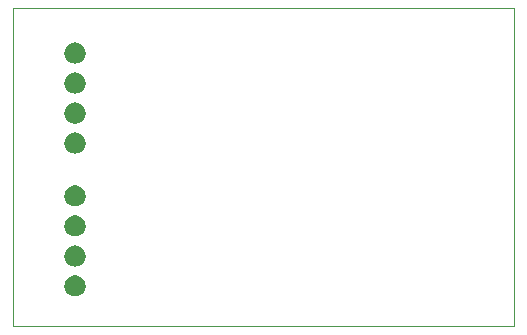
<source format=gbs>
G75*
G71*
%OFA0B0*%
%FSLAX23Y23*%
%IPPOS*%
%LPD*%
%ADD10C,0.1*%
%LPD*%D10*
X0Y0D02*
X0Y100D01*
X0Y200D01*
X0Y300D01*
X0Y399D01*
X0Y499D01*
X0Y599D01*
X0Y699D01*
X0Y799D01*
X0Y899D01*
X0Y999D01*
X0Y1099D01*
X0Y1198D01*
X0Y1298D01*
X0Y1398D01*
X0Y1498D01*
X0Y1598D01*
X0Y1698D01*
X0Y1798D01*
X0Y1898D01*
X0Y1997D01*
X0Y2097D01*
X0Y2197D01*
X0Y2297D01*
X0Y2397D01*
X0Y2497D01*
X0Y2597D01*
X0Y2697D01*
X0Y2796D01*
X0Y2896D01*
X0Y2996D01*
X0Y3096D01*
X0Y3196D01*
X0Y3296D01*
X0Y3396D01*
X0Y3495D01*
X0Y3595D01*
X0Y3695D01*
X0Y3795D01*
X0Y3895D01*
X0Y3995D01*
X0Y4095D01*
X0Y4195D01*
X0Y4294D01*
X0Y4394D01*
X0Y4494D01*
X0Y4594D01*
X0Y4694D01*
X0Y4794D01*
X0Y4894D01*
X0Y4994D01*
X0Y5093D01*
X0Y5193D01*
X0Y5293D01*
X0Y5393D01*
X0Y5493D01*
X0Y5593D01*
X0Y5693D01*
X0Y5793D01*
X0Y5892D01*
X0Y5992D01*
X0Y6092D01*
X0Y6192D01*
X0Y6292D01*
X0Y6392D01*
X0Y6492D01*
X0Y6591D01*
X0Y6691D01*
X0Y6791D01*
X0Y6891D01*
X0Y6991D01*
X0Y7091D01*
X0Y7191D01*
X0Y7291D01*
X0Y7390D01*
X0Y7490D01*
X0Y7590D01*
X0Y7690D01*
X0Y7790D01*
X0Y7890D01*
X0Y7990D01*
X0Y8090D01*
X0Y8189D01*
X0Y8289D01*
X0Y8389D01*
X0Y8489D01*
X0Y8589D01*
X0Y8689D01*
X0Y8789D01*
X0Y8888D01*
X0Y8988D01*
X0Y9088D01*
X0Y9188D01*
X0Y9288D01*
X0Y9388D01*
X0Y9488D01*
X0Y9588D01*
X0Y9687D01*
X0Y9787D01*
X0Y9887D01*
X0Y9987D01*
X0Y10087D01*
X0Y10187D01*
X0Y10287D01*
X0Y10387D01*
X0Y10486D01*
X0Y10586D01*
X0Y10686D01*
X0Y10786D01*
X0Y10886D01*
X0Y10986D01*
X0Y11086D01*
X0Y11186D01*
X0Y11285D01*
X0Y11385D01*
X0Y11485D01*
X0Y11585D01*
X0Y11685D01*
X0Y11785D01*
X0Y11885D01*
X0Y11985D01*
X0Y12084D01*
X0Y12184D01*
X0Y12284D01*
X0Y12384D01*
X0Y12484D01*
X0Y12584D01*
X0Y12684D01*
X0Y12783D01*
X0Y12883D01*
X0Y12983D01*
X0Y13083D01*
X0Y13183D01*
X0Y13283D01*
X0Y13383D01*
X0Y13483D01*
X0Y13582D01*
X0Y13682D01*
X0Y13782D01*
X0Y13882D01*
X0Y13982D01*
X0Y14082D01*
X0Y14182D01*
X0Y14282D01*
X0Y14381D01*
X0Y14481D01*
X0Y14581D01*
X0Y14681D01*
X0Y14781D01*
X0Y14881D01*
X0Y14981D01*
X0Y15081D01*
X0Y15180D01*
X0Y15280D01*
X0Y15380D01*
X0Y15480D01*
X0Y15580D01*
X0Y15680D01*
X0Y15780D01*
X0Y15879D01*
X0Y15979D01*
X0Y16079D01*
X0Y16179D01*
X0Y16279D01*
X0Y16379D01*
X0Y16479D01*
X0Y16579D01*
X0Y16678D01*
X0Y16778D01*
X0Y16878D01*
X0Y16978D01*
X0Y17078D01*
X0Y17178D01*
X0Y17278D01*
X0Y17378D01*
X0Y17477D01*
X0Y17577D01*
X0Y17677D01*
X0Y17777D01*
X0Y17877D01*
X0Y17977D01*
X0Y18077D01*
X0Y18177D01*
X0Y18276D01*
X0Y18376D01*
X0Y18476D01*
X0Y18576D01*
X0Y18676D01*
X0Y18776D01*
X0Y18876D01*
X0Y18975D01*
X0Y19075D01*
X0Y19175D01*
X0Y19275D01*
X0Y19375D01*
X0Y19475D01*
X0Y19575D01*
X0Y19675D01*
X0Y19774D01*
X0Y19874D01*
X0Y19974D01*
X0Y20074D01*
X0Y20174D01*
X0Y20274D01*
X0Y20374D01*
X0Y20474D01*
X0Y20573D01*
X0Y20673D01*
X0Y20773D01*
X0Y20873D01*
X0Y20973D01*
X0Y21073D01*
X0Y21173D01*
X0Y21273D01*
X0Y21372D01*
X0Y21472D01*
X0Y21572D01*
X0Y21672D01*
X0Y21772D01*
X0Y21872D01*
X0Y21972D01*
X0Y22071D01*
X0Y22171D01*
X0Y22271D01*
X0Y22371D01*
X0Y22471D01*
X0Y22571D01*
X0Y22671D01*
X0Y22771D01*
X0Y22870D01*
X0Y22970D01*
X0Y23070D01*
X0Y23170D01*
X0Y23270D01*
X0Y23370D01*
X0Y23470D01*
X0Y23570D01*
X0Y23669D01*
X0Y23769D01*
X0Y23869D01*
X0Y23969D01*
X0Y24069D01*
X0Y24169D01*
X0Y24269D01*
X0Y24369D01*
X0Y24468D01*
X0Y24568D01*
X0Y24668D01*
X0Y24768D01*
X0Y24868D01*
X0Y24968D01*
X0Y25068D01*
X0Y25168D01*
X0Y25267D01*
X0Y25367D01*
X0Y25467D01*
X0Y25567D01*
X0Y25667D01*
X0Y25767D01*
X0Y25867D01*
X0Y25967D01*
X0Y26066D01*
X0Y26166D01*
X0Y26266D01*
X0Y26366D01*
X0Y26466D01*
X0Y26566D01*
X0Y26666D01*
X0Y26765D01*
X0Y26865D01*
X0Y26965D01*
X100Y26965D01*
X200Y26965D01*
X299Y26965D01*
X399Y26965D01*
X499Y26965D01*
X599Y26965D01*
X698Y26965D01*
X798Y26965D01*
X898Y26965D01*
X998Y26965D01*
X1098Y26965D01*
X1197Y26965D01*
X1297Y26965D01*
X1397Y26965D01*
X1497Y26965D01*
X1596Y26965D01*
X1696Y26965D01*
X1796Y26965D01*
X1896Y26965D01*
X1995Y26965D01*
X2095Y26965D01*
X2195Y26965D01*
X2295Y26965D01*
X2395Y26965D01*
X2494Y26965D01*
X2594Y26965D01*
X2694Y26965D01*
X2794Y26965D01*
X2893Y26965D01*
X2993Y26965D01*
X3093Y26965D01*
X3193Y26965D01*
X3293Y26965D01*
X3392Y26965D01*
X3492Y26965D01*
X3592Y26965D01*
X3692Y26965D01*
X3791Y26965D01*
X3891Y26965D01*
X3991Y26965D01*
X4091Y26965D01*
X4190Y26965D01*
X4290Y26965D01*
X4390Y26965D01*
X4490Y26965D01*
X4590Y26965D01*
X4689Y26965D01*
X4789Y26965D01*
X4889Y26965D01*
X4989Y26965D01*
X5088Y26965D01*
X5188Y26965D01*
X5288Y26965D01*
X5388Y26965D01*
X5488Y26965D01*
X5587Y26965D01*
X5687Y26965D01*
X5787Y26965D01*
X5887Y26965D01*
X5986Y26965D01*
X6086Y26965D01*
X6186Y26965D01*
X6286Y26965D01*
X6385Y26965D01*
X6485Y26965D01*
X6585Y26965D01*
X6685Y26965D01*
X6785Y26965D01*
X6884Y26965D01*
X6984Y26965D01*
X7084Y26965D01*
X7184Y26965D01*
X7283Y26965D01*
X7383Y26965D01*
X7483Y26965D01*
X7583Y26965D01*
X7683Y26965D01*
X7782Y26965D01*
X7882Y26965D01*
X7982Y26965D01*
X8082Y26965D01*
X8181Y26965D01*
X8281Y26965D01*
X8381Y26965D01*
X8481Y26965D01*
X8580Y26965D01*
X8680Y26965D01*
X8780Y26965D01*
X8880Y26965D01*
X8980Y26965D01*
X9079Y26965D01*
X9179Y26965D01*
X9279Y26965D01*
X9379Y26965D01*
X9478Y26965D01*
X9578Y26965D01*
X9678Y26965D01*
X9778Y26965D01*
X9878Y26965D01*
X9977Y26965D01*
X10077Y26965D01*
X10177Y26965D01*
X10277Y26965D01*
X10376Y26965D01*
X10476Y26965D01*
X10576Y26965D01*
X10676Y26965D01*
X10775Y26965D01*
X10875Y26965D01*
X10975Y26965D01*
X11075Y26965D01*
X11175Y26965D01*
X11274Y26965D01*
X11374Y26965D01*
X11474Y26965D01*
X11574Y26965D01*
X11673Y26965D01*
X11773Y26965D01*
X11873Y26965D01*
X11973Y26965D01*
X12073Y26965D01*
X12172Y26965D01*
X12272Y26965D01*
X12372Y26965D01*
X12472Y26965D01*
X12571Y26965D01*
X12671Y26965D01*
X12771Y26965D01*
X12871Y26965D01*
X12970Y26965D01*
X13070Y26965D01*
X13170Y26965D01*
X13270Y26965D01*
X13370Y26965D01*
X13469Y26965D01*
X13569Y26965D01*
X13669Y26965D01*
X13769Y26965D01*
X13868Y26965D01*
X13968Y26965D01*
X14068Y26965D01*
X14168Y26965D01*
X14268Y26965D01*
X14367Y26965D01*
X14467Y26965D01*
X14567Y26965D01*
X14667Y26965D01*
X14766Y26965D01*
X14866Y26965D01*
X14966Y26965D01*
X15066Y26965D01*
X15165Y26965D01*
X15265Y26965D01*
X15365Y26965D01*
X15465Y26965D01*
X15565Y26965D01*
X15664Y26965D01*
X15764Y26965D01*
X15864Y26965D01*
X15964Y26965D01*
X16063Y26965D01*
X16163Y26965D01*
X16263Y26965D01*
X16363Y26965D01*
X16463Y26965D01*
X16562Y26965D01*
X16662Y26965D01*
X16762Y26965D01*
X16862Y26965D01*
X16961Y26965D01*
X17061Y26965D01*
X17161Y26965D01*
X17261Y26965D01*
X17361Y26965D01*
X17460Y26965D01*
X17560Y26965D01*
X17660Y26965D01*
X17760Y26965D01*
X17859Y26965D01*
X17959Y26965D01*
X18059Y26965D01*
X18159Y26965D01*
X18258Y26965D01*
X18358Y26965D01*
X18458Y26965D01*
X18558Y26965D01*
X18658Y26965D01*
X18757Y26965D01*
X18857Y26965D01*
X18957Y26965D01*
X19057Y26965D01*
X19156Y26965D01*
X19256Y26965D01*
X19356Y26965D01*
X19456Y26965D01*
X19556Y26965D01*
X19655Y26965D01*
X19755Y26965D01*
X19855Y26965D01*
X19955Y26965D01*
X20054Y26965D01*
X20154Y26965D01*
X20254Y26965D01*
X20354Y26965D01*
X20453Y26965D01*
X20553Y26965D01*
X20653Y26965D01*
X20753Y26965D01*
X20853Y26965D01*
X20952Y26965D01*
X21052Y26965D01*
X21152Y26965D01*
X21252Y26965D01*
X21351Y26965D01*
X21451Y26965D01*
X21551Y26965D01*
X21651Y26965D01*
X21751Y26965D01*
X21850Y26965D01*
X21950Y26965D01*
X22050Y26965D01*
X22150Y26965D01*
X22249Y26965D01*
X22349Y26965D01*
X22449Y26965D01*
X22549Y26965D01*
X22649Y26965D01*
X22748Y26965D01*
X22848Y26965D01*
X22948Y26965D01*
X23048Y26965D01*
X23147Y26965D01*
X23247Y26965D01*
X23347Y26965D01*
X23447Y26965D01*
X23546Y26965D01*
X23646Y26965D01*
X23746Y26965D01*
X23846Y26965D01*
X23946Y26965D01*
X24045Y26965D01*
X24145Y26965D01*
X24245Y26965D01*
X24345Y26965D01*
X24444Y26965D01*
X24544Y26965D01*
X24644Y26965D01*
X24744Y26965D01*
X24844Y26965D01*
X24943Y26965D01*
X25043Y26965D01*
X25143Y26965D01*
X25243Y26965D01*
X25342Y26965D01*
X25442Y26965D01*
X25542Y26965D01*
X25642Y26965D01*
X25741Y26965D01*
X25841Y26965D01*
X25941Y26965D01*
X26041Y26965D01*
X26141Y26965D01*
X26240Y26965D01*
X26340Y26965D01*
X26440Y26965D01*
X26540Y26965D01*
X26639Y26965D01*
X26739Y26965D01*
X26839Y26965D01*
X26939Y26965D01*
X27039Y26965D01*
X27138Y26965D01*
X27238Y26965D01*
X27338Y26965D01*
X27438Y26965D01*
X27537Y26965D01*
X27637Y26965D01*
X27737Y26965D01*
X27837Y26965D01*
X27936Y26965D01*
X28036Y26965D01*
X28136Y26965D01*
X28236Y26965D01*
X28336Y26965D01*
X28435Y26965D01*
X28535Y26965D01*
X28635Y26965D01*
X28735Y26965D01*
X28834Y26965D01*
X28934Y26965D01*
X29034Y26965D01*
X29134Y26965D01*
X29234Y26965D01*
X29333Y26965D01*
X29433Y26965D01*
X29533Y26965D01*
X29633Y26965D01*
X29732Y26965D01*
X29832Y26965D01*
X29932Y26965D01*
X30032Y26965D01*
X30131Y26965D01*
X30231Y26965D01*
X30331Y26965D01*
X30431Y26965D01*
X30531Y26965D01*
X30630Y26965D01*
X30730Y26965D01*
X30830Y26965D01*
X30930Y26965D01*
X31029Y26965D01*
X31129Y26965D01*
X31229Y26965D01*
X31329Y26965D01*
X31429Y26965D01*
X31528Y26965D01*
X31628Y26965D01*
X31728Y26965D01*
X31828Y26965D01*
X31927Y26965D01*
X32027Y26965D01*
X32127Y26965D01*
X32227Y26965D01*
X32327Y26965D01*
X32426Y26965D01*
X32526Y26965D01*
X32626Y26965D01*
X32726Y26965D01*
X32825Y26965D01*
X32925Y26965D01*
X33025Y26965D01*
X33125Y26965D01*
X33224Y26965D01*
X33324Y26965D01*
X33424Y26965D01*
X33524Y26965D01*
X33624Y26965D01*
X33723Y26965D01*
X33823Y26965D01*
X33923Y26965D01*
X34023Y26965D01*
X34122Y26965D01*
X34222Y26965D01*
X34322Y26965D01*
X34422Y26965D01*
X34522Y26965D01*
X34621Y26965D01*
X34721Y26965D01*
X34821Y26965D01*
X34921Y26965D01*
X35020Y26965D01*
X35120Y26965D01*
X35220Y26965D01*
X35320Y26965D01*
X35419Y26965D01*
X35519Y26965D01*
X35619Y26965D01*
X35719Y26965D01*
X35819Y26965D01*
X35918Y26965D01*
X36018Y26965D01*
X36118Y26965D01*
X36218Y26965D01*
X36317Y26965D01*
X36417Y26965D01*
X36517Y26965D01*
X36617Y26965D01*
X36717Y26965D01*
X36816Y26965D01*
X36916Y26965D01*
X37016Y26965D01*
X37116Y26965D01*
X37215Y26965D01*
X37315Y26965D01*
X37415Y26965D01*
X37515Y26965D01*
X37615Y26965D01*
X37714Y26965D01*
X37814Y26965D01*
X37914Y26965D01*
X38014Y26965D01*
X38113Y26965D01*
X38213Y26965D01*
X38313Y26965D01*
X38413Y26965D01*
X38513Y26965D01*
X38612Y26965D01*
X38712Y26965D01*
X38812Y26965D01*
X38912Y26965D01*
X39011Y26965D01*
X39111Y26965D01*
X39211Y26965D01*
X39311Y26965D01*
X39410Y26965D01*
X39510Y26965D01*
X39610Y26965D01*
X39710Y26965D01*
X39810Y26965D01*
X39909Y26965D01*
X40009Y26965D01*
X40109Y26965D01*
X40209Y26965D01*
X40308Y26965D01*
X40408Y26965D01*
X40508Y26965D01*
X40608Y26965D01*
X40708Y26965D01*
X40807Y26965D01*
X40907Y26965D01*
X41007Y26965D01*
X41107Y26965D01*
X41206Y26965D01*
X41306Y26965D01*
X41406Y26965D01*
X41506Y26965D01*
X41606Y26965D01*
X41705Y26965D01*
X41805Y26965D01*
X41905Y26965D01*
X42005Y26965D01*
X42104Y26965D01*
X42204Y26965D01*
X42304Y26965D01*
X42404Y26965D01*
X42404Y26865D01*
X42404Y26766D01*
X42404Y26666D01*
X42404Y26566D01*
X42404Y26466D01*
X42404Y26366D01*
X42404Y26266D01*
X42404Y26166D01*
X42404Y26066D01*
X42404Y25967D01*
X42404Y25867D01*
X42404Y25767D01*
X42404Y25667D01*
X42404Y25567D01*
X42404Y25467D01*
X42404Y25367D01*
X42404Y25267D01*
X42404Y25168D01*
X42404Y25068D01*
X42404Y24968D01*
X42404Y24868D01*
X42404Y24768D01*
X42404Y24668D01*
X42404Y24568D01*
X42404Y24468D01*
X42404Y24369D01*
X42404Y24269D01*
X42404Y24169D01*
X42404Y24069D01*
X42404Y23969D01*
X42404Y23869D01*
X42404Y23769D01*
X42404Y23670D01*
X42404Y23570D01*
X42404Y23470D01*
X42404Y23370D01*
X42404Y23270D01*
X42404Y23170D01*
X42404Y23070D01*
X42404Y22970D01*
X42404Y22871D01*
X42404Y22771D01*
X42404Y22671D01*
X42404Y22571D01*
X42404Y22471D01*
X42404Y22371D01*
X42404Y22271D01*
X42404Y22171D01*
X42404Y22072D01*
X42404Y21972D01*
X42404Y21872D01*
X42404Y21772D01*
X42404Y21672D01*
X42404Y21572D01*
X42404Y21472D01*
X42404Y21372D01*
X42404Y21273D01*
X42404Y21173D01*
X42404Y21073D01*
X42404Y20973D01*
X42404Y20873D01*
X42404Y20773D01*
X42404Y20673D01*
X42404Y20574D01*
X42404Y20474D01*
X42404Y20374D01*
X42404Y20274D01*
X42404Y20174D01*
X42404Y20074D01*
X42404Y19974D01*
X42404Y19874D01*
X42404Y19775D01*
X42404Y19675D01*
X42404Y19575D01*
X42404Y19475D01*
X42404Y19375D01*
X42404Y19275D01*
X42404Y19175D01*
X42404Y19075D01*
X42404Y18976D01*
X42404Y18876D01*
X42404Y18776D01*
X42404Y18676D01*
X42404Y18576D01*
X42404Y18476D01*
X42404Y18376D01*
X42404Y18276D01*
X42404Y18177D01*
X42404Y18077D01*
X42404Y17977D01*
X42404Y17877D01*
X42404Y17777D01*
X42404Y17677D01*
X42404Y17577D01*
X42404Y17478D01*
X42404Y17378D01*
X42404Y17278D01*
X42404Y17178D01*
X42404Y17078D01*
X42404Y16978D01*
X42404Y16878D01*
X42404Y16778D01*
X42404Y16679D01*
X42404Y16579D01*
X42404Y16479D01*
X42404Y16379D01*
X42404Y16279D01*
X42404Y16179D01*
X42404Y16079D01*
X42404Y15979D01*
X42404Y15880D01*
X42404Y15780D01*
X42404Y15680D01*
X42404Y15580D01*
X42404Y15480D01*
X42404Y15380D01*
X42404Y15280D01*
X42404Y15180D01*
X42404Y15081D01*
X42404Y14981D01*
X42404Y14881D01*
X42404Y14781D01*
X42404Y14681D01*
X42404Y14581D01*
X42404Y14481D01*
X42404Y14382D01*
X42404Y14282D01*
X42404Y14182D01*
X42404Y14082D01*
X42404Y13982D01*
X42404Y13882D01*
X42404Y13782D01*
X42404Y13682D01*
X42404Y13583D01*
X42404Y13483D01*
X42404Y13383D01*
X42404Y13283D01*
X42404Y13183D01*
X42404Y13083D01*
X42404Y12983D01*
X42404Y12883D01*
X42404Y12784D01*
X42404Y12684D01*
X42404Y12584D01*
X42404Y12484D01*
X42404Y12384D01*
X42404Y12284D01*
X42404Y12184D01*
X42404Y12084D01*
X42404Y11985D01*
X42404Y11885D01*
X42404Y11785D01*
X42404Y11685D01*
X42404Y11585D01*
X42404Y11485D01*
X42404Y11385D01*
X42404Y11286D01*
X42404Y11186D01*
X42404Y11086D01*
X42404Y10986D01*
X42404Y10886D01*
X42404Y10786D01*
X42404Y10686D01*
X42404Y10586D01*
X42404Y10487D01*
X42404Y10387D01*
X42404Y10287D01*
X42404Y10187D01*
X42404Y10087D01*
X42404Y9987D01*
X42404Y9887D01*
X42404Y9787D01*
X42404Y9688D01*
X42404Y9588D01*
X42404Y9488D01*
X42404Y9388D01*
X42404Y9288D01*
X42404Y9188D01*
X42404Y9088D01*
X42404Y8988D01*
X42404Y8889D01*
X42404Y8789D01*
X42404Y8689D01*
X42404Y8589D01*
X42404Y8489D01*
X42404Y8389D01*
X42404Y8289D01*
X42404Y8190D01*
X42404Y8090D01*
X42404Y7990D01*
X42404Y7890D01*
X42404Y7790D01*
X42404Y7690D01*
X42404Y7590D01*
X42404Y7490D01*
X42404Y7391D01*
X42404Y7291D01*
X42404Y7191D01*
X42404Y7091D01*
X42404Y6991D01*
X42404Y6891D01*
X42404Y6791D01*
X42404Y6691D01*
X42404Y6592D01*
X42404Y6492D01*
X42404Y6392D01*
X42404Y6292D01*
X42404Y6192D01*
X42404Y6092D01*
X42404Y5992D01*
X42404Y5892D01*
X42404Y5793D01*
X42404Y5693D01*
X42404Y5593D01*
X42404Y5493D01*
X42404Y5393D01*
X42404Y5293D01*
X42404Y5193D01*
X42404Y5093D01*
X42404Y4994D01*
X42404Y4894D01*
X42404Y4794D01*
X42404Y4694D01*
X42404Y4594D01*
X42404Y4494D01*
X42404Y4394D01*
X42404Y4295D01*
X42404Y4195D01*
X42404Y4095D01*
X42404Y3995D01*
X42404Y3895D01*
X42404Y3795D01*
X42404Y3695D01*
X42404Y3595D01*
X42404Y3496D01*
X42404Y3396D01*
X42404Y3296D01*
X42404Y3196D01*
X42404Y3096D01*
X42404Y2996D01*
X42404Y2896D01*
X42404Y2796D01*
X42404Y2697D01*
X42404Y2597D01*
X42404Y2497D01*
X42404Y2397D01*
X42404Y2297D01*
X42404Y2197D01*
X42404Y2097D01*
X42404Y1997D01*
X42404Y1898D01*
X42404Y1798D01*
X42404Y1698D01*
X42404Y1598D01*
X42404Y1498D01*
X42404Y1398D01*
X42404Y1298D01*
X42404Y1199D01*
X42404Y1099D01*
X42404Y999D01*
X42404Y899D01*
X42404Y799D01*
X42404Y699D01*
X42404Y599D01*
X42404Y499D01*
X42404Y400D01*
X42404Y300D01*
X42404Y200D01*
X42404Y100D01*
X42404Y0D01*
X42304Y0D01*
X42204Y0D01*
X42104Y0D01*
X42005Y0D01*
X41905Y0D01*
X41805Y0D01*
X41705Y0D01*
X41606Y0D01*
X41506Y0D01*
X41406Y0D01*
X41306Y0D01*
X41206Y0D01*
X41107Y0D01*
X41007Y0D01*
X40907Y0D01*
X40807Y0D01*
X40708Y0D01*
X40608Y0D01*
X40508Y0D01*
X40408Y0D01*
X40309Y0D01*
X40209Y0D01*
X40109Y0D01*
X40009Y0D01*
X39909Y0D01*
X39810Y0D01*
X39710Y0D01*
X39610Y0D01*
X39510Y0D01*
X39411Y0D01*
X39311Y0D01*
X39211Y0D01*
X39111Y0D01*
X39011Y0D01*
X38912Y0D01*
X38812Y0D01*
X38712Y0D01*
X38612Y0D01*
X38513Y0D01*
X38413Y0D01*
X38313Y0D01*
X38213Y0D01*
X38114Y0D01*
X38014Y0D01*
X37914Y0D01*
X37814Y0D01*
X37714Y0D01*
X37615Y0D01*
X37515Y0D01*
X37415Y0D01*
X37315Y0D01*
X37216Y0D01*
X37116Y0D01*
X37016Y0D01*
X36916Y0D01*
X36816Y0D01*
X36717Y0D01*
X36617Y0D01*
X36517Y0D01*
X36417Y0D01*
X36318Y0D01*
X36218Y0D01*
X36118Y0D01*
X36018Y0D01*
X35919Y0D01*
X35819Y0D01*
X35719Y0D01*
X35619Y0D01*
X35519Y0D01*
X35420Y0D01*
X35320Y0D01*
X35220Y0D01*
X35120Y0D01*
X35021Y0D01*
X34921Y0D01*
X34821Y0D01*
X34721Y0D01*
X34621Y0D01*
X34522Y0D01*
X34422Y0D01*
X34322Y0D01*
X34222Y0D01*
X34123Y0D01*
X34023Y0D01*
X33923Y0D01*
X33823Y0D01*
X33723Y0D01*
X33624Y0D01*
X33524Y0D01*
X33424Y0D01*
X33324Y0D01*
X33225Y0D01*
X33125Y0D01*
X33025Y0D01*
X32925Y0D01*
X32826Y0D01*
X32726Y0D01*
X32626Y0D01*
X32526Y0D01*
X32426Y0D01*
X32327Y0D01*
X32227Y0D01*
X32127Y0D01*
X32027Y0D01*
X31928Y0D01*
X31828Y0D01*
X31728Y0D01*
X31628Y0D01*
X31528Y0D01*
X31429Y0D01*
X31329Y0D01*
X31229Y0D01*
X31129Y0D01*
X31030Y0D01*
X30930Y0D01*
X30830Y0D01*
X30730Y0D01*
X30631Y0D01*
X30531Y0D01*
X30431Y0D01*
X30331Y0D01*
X30231Y0D01*
X30132Y0D01*
X30032Y0D01*
X29932Y0D01*
X29832Y0D01*
X29733Y0D01*
X29633Y0D01*
X29533Y0D01*
X29433Y0D01*
X29333Y0D01*
X29234Y0D01*
X29134Y0D01*
X29034Y0D01*
X28934Y0D01*
X28835Y0D01*
X28735Y0D01*
X28635Y0D01*
X28535Y0D01*
X28436Y0D01*
X28336Y0D01*
X28236Y0D01*
X28136Y0D01*
X28036Y0D01*
X27937Y0D01*
X27837Y0D01*
X27737Y0D01*
X27637Y0D01*
X27538Y0D01*
X27438Y0D01*
X27338Y0D01*
X27238Y0D01*
X27138Y0D01*
X27039Y0D01*
X26939Y0D01*
X26839Y0D01*
X26739Y0D01*
X26640Y0D01*
X26540Y0D01*
X26440Y0D01*
X26340Y0D01*
X26241Y0D01*
X26141Y0D01*
X26041Y0D01*
X25941Y0D01*
X25841Y0D01*
X25742Y0D01*
X25642Y0D01*
X25542Y0D01*
X25442Y0D01*
X25343Y0D01*
X25243Y0D01*
X25143Y0D01*
X25043Y0D01*
X24943Y0D01*
X24844Y0D01*
X24744Y0D01*
X24644Y0D01*
X24544Y0D01*
X24445Y0D01*
X24345Y0D01*
X24245Y0D01*
X24145Y0D01*
X24045Y0D01*
X23946Y0D01*
X23846Y0D01*
X23746Y0D01*
X23646Y0D01*
X23547Y0D01*
X23447Y0D01*
X23347Y0D01*
X23247Y0D01*
X23148Y0D01*
X23048Y0D01*
X22948Y0D01*
X22848Y0D01*
X22748Y0D01*
X22649Y0D01*
X22549Y0D01*
X22449Y0D01*
X22349Y0D01*
X22250Y0D01*
X22150Y0D01*
X22050Y0D01*
X21950Y0D01*
X21850Y0D01*
X21751Y0D01*
X21651Y0D01*
X21551Y0D01*
X21451Y0D01*
X21352Y0D01*
X21252Y0D01*
X21152Y0D01*
X21052Y0D01*
X20953Y0D01*
X20853Y0D01*
X20753Y0D01*
X20653Y0D01*
X20553Y0D01*
X20454Y0D01*
X20354Y0D01*
X20254Y0D01*
X20154Y0D01*
X20055Y0D01*
X19955Y0D01*
X19855Y0D01*
X19755Y0D01*
X19655Y0D01*
X19556Y0D01*
X19456Y0D01*
X19356Y0D01*
X19256Y0D01*
X19157Y0D01*
X19057Y0D01*
X18957Y0D01*
X18857Y0D01*
X18758Y0D01*
X18658Y0D01*
X18558Y0D01*
X18458Y0D01*
X18358Y0D01*
X18259Y0D01*
X18159Y0D01*
X18059Y0D01*
X17959Y0D01*
X17860Y0D01*
X17760Y0D01*
X17660Y0D01*
X17560Y0D01*
X17460Y0D01*
X17361Y0D01*
X17261Y0D01*
X17161Y0D01*
X17061Y0D01*
X16962Y0D01*
X16862Y0D01*
X16762Y0D01*
X16662Y0D01*
X16563Y0D01*
X16463Y0D01*
X16363Y0D01*
X16263Y0D01*
X16163Y0D01*
X16064Y0D01*
X15964Y0D01*
X15864Y0D01*
X15764Y0D01*
X15665Y0D01*
X15565Y0D01*
X15465Y0D01*
X15365Y0D01*
X15265Y0D01*
X15166Y0D01*
X15066Y0D01*
X14966Y0D01*
X14866Y0D01*
X14767Y0D01*
X14667Y0D01*
X14567Y0D01*
X14467Y0D01*
X14367Y0D01*
X14268Y0D01*
X14168Y0D01*
X14068Y0D01*
X13968Y0D01*
X13869Y0D01*
X13769Y0D01*
X13669Y0D01*
X13569Y0D01*
X13470Y0D01*
X13370Y0D01*
X13270Y0D01*
X13170Y0D01*
X13070Y0D01*
X12971Y0D01*
X12871Y0D01*
X12771Y0D01*
X12671Y0D01*
X12572Y0D01*
X12472Y0D01*
X12372Y0D01*
X12272Y0D01*
X12172Y0D01*
X12073Y0D01*
X11973Y0D01*
X11873Y0D01*
X11773Y0D01*
X11674Y0D01*
X11574Y0D01*
X11474Y0D01*
X11374Y0D01*
X11275Y0D01*
X11175Y0D01*
X11075Y0D01*
X10975Y0D01*
X10875Y0D01*
X10776Y0D01*
X10676Y0D01*
X10576Y0D01*
X10476Y0D01*
X10377Y0D01*
X10277Y0D01*
X10177Y0D01*
X10077Y0D01*
X9977Y0D01*
X9878Y0D01*
X9778Y0D01*
X9678Y0D01*
X9578Y0D01*
X9479Y0D01*
X9379Y0D01*
X9279Y0D01*
X9179Y0D01*
X9079Y0D01*
X8980Y0D01*
X8880Y0D01*
X8780Y0D01*
X8680Y0D01*
X8581Y0D01*
X8481Y0D01*
X8381Y0D01*
X8281Y0D01*
X8182Y0D01*
X8082Y0D01*
X7982Y0D01*
X7882Y0D01*
X7782Y0D01*
X7683Y0D01*
X7583Y0D01*
X7483Y0D01*
X7383Y0D01*
X7284Y0D01*
X7184Y0D01*
X7084Y0D01*
X6984Y0D01*
X6884Y0D01*
X6785Y0D01*
X6685Y0D01*
X6585Y0D01*
X6485Y0D01*
X6386Y0D01*
X6286Y0D01*
X6186Y0D01*
X6086Y0D01*
X5987Y0D01*
X5887Y0D01*
X5787Y0D01*
X5687Y0D01*
X5587Y0D01*
X5488Y0D01*
X5388Y0D01*
X5288Y0D01*
X5188Y0D01*
X5089Y0D01*
X4989Y0D01*
X4889Y0D01*
X4789Y0D01*
X4689Y0D01*
X4590Y0D01*
X4490Y0D01*
X4390Y0D01*
X4290Y0D01*
X4191Y0D01*
X4091Y0D01*
X3991Y0D01*
X3891Y0D01*
X3791Y0D01*
X3692Y0D01*
X3592Y0D01*
X3492Y0D01*
X3392Y0D01*
X3293Y0D01*
X3193Y0D01*
X3093Y0D01*
X2993Y0D01*
X2894Y0D01*
X2794Y0D01*
X2694Y0D01*
X2594Y0D01*
X2494Y0D01*
X2395Y0D01*
X2295Y0D01*
X2195Y0D01*
X2095Y0D01*
X1996Y0D01*
X1896Y0D01*
X1796Y0D01*
X1696Y0D01*
X1596Y0D01*
X1497Y0D01*
X1397Y0D01*
X1297Y0D01*
X1197Y0D01*
X1098Y0D01*
X998Y0D01*
X898Y0D01*
X798Y0D01*
X698Y0D01*
X599Y0D01*
X499Y0D01*
X399Y0D01*
X299Y0D01*
X200Y0D01*
X100Y0D01*
X0Y0D01*
X0Y0D01*
G36*
X5237Y4341D02*
X5237Y4341D01*
X5331Y4337D01*
X5424Y4322D01*
X5515Y4298D01*
X5603Y4264D01*
X5687Y4221D01*
X5766Y4170D01*
X5839Y4110D01*
X5906Y4044D01*
X5965Y3970D01*
X6017Y3891D01*
X6060Y3808D01*
X6093Y3720D01*
X6118Y3629D01*
X6132Y3536D01*
X6137Y3441D01*
X6137Y3441D01*
X6132Y3347D01*
X6118Y3254D01*
X6093Y3163D01*
X6060Y3075D01*
X6017Y2991D01*
X5965Y2912D01*
X5906Y2839D01*
X5839Y2773D01*
X5766Y2713D01*
X5687Y2662D01*
X5603Y2619D01*
X5515Y2585D01*
X5424Y2561D01*
X5331Y2546D01*
X5237Y2541D01*
X5237Y2541D01*
X5143Y2546D01*
X5050Y2561D01*
X4959Y2585D01*
X4871Y2619D01*
X4787Y2662D01*
X4708Y2713D01*
X4635Y2773D01*
X4568Y2839D01*
X4509Y2912D01*
X4458Y2991D01*
X4415Y3075D01*
X4381Y3163D01*
X4357Y3254D01*
X4342Y3347D01*
X4337Y3441D01*
X4337Y3441D01*
X4342Y3536D01*
X4357Y3629D01*
X4381Y3720D01*
X4415Y3808D01*
X4458Y3891D01*
X4509Y3970D01*
X4568Y4044D01*
X4635Y4110D01*
X4708Y4170D01*
X4787Y4221D01*
X4871Y4264D01*
X4959Y4298D01*
X5050Y4322D01*
X5143Y4337D01*
X5237Y4341D01*
G37*
G36*
X5237Y9421D02*
X5237Y9421D01*
X5331Y9417D01*
X5424Y9402D01*
X5515Y9378D01*
X5603Y9344D01*
X5687Y9301D01*
X5766Y9250D01*
X5839Y9190D01*
X5906Y9124D01*
X5965Y9050D01*
X6017Y8971D01*
X6060Y8888D01*
X6093Y8800D01*
X6118Y8709D01*
X6132Y8616D01*
X6137Y8521D01*
X6137Y8521D01*
X6132Y8427D01*
X6118Y8334D01*
X6093Y8243D01*
X6060Y8155D01*
X6017Y8071D01*
X5965Y7992D01*
X5906Y7919D01*
X5839Y7853D01*
X5766Y7793D01*
X5687Y7742D01*
X5603Y7699D01*
X5515Y7665D01*
X5424Y7641D01*
X5331Y7626D01*
X5237Y7621D01*
X5237Y7621D01*
X5143Y7626D01*
X5050Y7641D01*
X4959Y7665D01*
X4871Y7699D01*
X4787Y7742D01*
X4708Y7793D01*
X4635Y7853D01*
X4568Y7919D01*
X4509Y7992D01*
X4458Y8071D01*
X4415Y8155D01*
X4381Y8243D01*
X4357Y8334D01*
X4342Y8427D01*
X4337Y8521D01*
X4337Y8521D01*
X4342Y8616D01*
X4357Y8709D01*
X4381Y8800D01*
X4415Y8888D01*
X4458Y8971D01*
X4509Y9050D01*
X4568Y9124D01*
X4635Y9190D01*
X4708Y9250D01*
X4787Y9301D01*
X4871Y9344D01*
X4959Y9378D01*
X5050Y9402D01*
X5143Y9417D01*
X5237Y9421D01*
G37*
G36*
X5237Y11961D02*
X5237Y11961D01*
X5331Y11957D01*
X5424Y11942D01*
X5515Y11918D01*
X5603Y11884D01*
X5687Y11841D01*
X5766Y11790D01*
X5839Y11730D01*
X5906Y11664D01*
X5965Y11590D01*
X6017Y11511D01*
X6060Y11428D01*
X6093Y11340D01*
X6118Y11249D01*
X6132Y11156D01*
X6137Y11061D01*
X6137Y11061D01*
X6132Y10967D01*
X6118Y10874D01*
X6093Y10783D01*
X6060Y10695D01*
X6017Y10611D01*
X5965Y10532D01*
X5906Y10459D01*
X5839Y10393D01*
X5766Y10333D01*
X5687Y10282D01*
X5603Y10239D01*
X5515Y10205D01*
X5424Y10181D01*
X5331Y10166D01*
X5237Y10161D01*
X5237Y10161D01*
X5143Y10166D01*
X5050Y10181D01*
X4959Y10205D01*
X4871Y10239D01*
X4787Y10282D01*
X4708Y10333D01*
X4635Y10393D01*
X4568Y10459D01*
X4509Y10532D01*
X4458Y10611D01*
X4415Y10695D01*
X4381Y10783D01*
X4357Y10874D01*
X4342Y10967D01*
X4337Y11061D01*
X4337Y11061D01*
X4342Y11156D01*
X4357Y11249D01*
X4381Y11340D01*
X4415Y11428D01*
X4458Y11511D01*
X4509Y11590D01*
X4568Y11664D01*
X4635Y11730D01*
X4708Y11790D01*
X4787Y11841D01*
X4871Y11884D01*
X4959Y11918D01*
X5050Y11942D01*
X5143Y11957D01*
X5237Y11961D01*
G37*
G36*
X5237Y6869D02*
X5237Y6869D01*
X5331Y6864D01*
X5424Y6849D01*
X5515Y6825D01*
X5603Y6791D01*
X5687Y6749D01*
X5766Y6697D01*
X5839Y6638D01*
X5906Y6571D01*
X5965Y6498D01*
X6017Y6419D01*
X6060Y6335D01*
X6093Y6247D01*
X6118Y6156D01*
X6132Y6063D01*
X6137Y5969D01*
X6137Y5969D01*
X6132Y5875D01*
X6118Y5782D01*
X6093Y5691D01*
X6060Y5603D01*
X6017Y5519D01*
X5965Y5440D01*
X5906Y5367D01*
X5839Y5300D01*
X5766Y5241D01*
X5687Y5189D01*
X5603Y5147D01*
X5515Y5113D01*
X5424Y5088D01*
X5331Y5074D01*
X5237Y5069D01*
X5237Y5069D01*
X5143Y5074D01*
X5050Y5088D01*
X4959Y5113D01*
X4871Y5147D01*
X4787Y5189D01*
X4708Y5241D01*
X4635Y5300D01*
X4568Y5367D01*
X4509Y5440D01*
X4458Y5519D01*
X4415Y5603D01*
X4381Y5691D01*
X4357Y5782D01*
X4342Y5875D01*
X4337Y5969D01*
X4337Y5969D01*
X4342Y6063D01*
X4357Y6156D01*
X4381Y6247D01*
X4415Y6335D01*
X4458Y6419D01*
X4509Y6498D01*
X4568Y6571D01*
X4635Y6638D01*
X4708Y6697D01*
X4787Y6749D01*
X4871Y6791D01*
X4959Y6825D01*
X5050Y6849D01*
X5143Y6864D01*
X5237Y6869D01*
G37*
G36*
X5237Y16435D02*
X5237Y16435D01*
X5331Y16430D01*
X5424Y16416D01*
X5515Y16391D01*
X5603Y16358D01*
X5687Y16315D01*
X5766Y16263D01*
X5839Y16204D01*
X5906Y16137D01*
X5965Y16064D01*
X6017Y15985D01*
X6060Y15901D01*
X6093Y15813D01*
X6118Y15722D01*
X6132Y15629D01*
X6137Y15535D01*
X6137Y15535D01*
X6132Y15441D01*
X6118Y15348D01*
X6093Y15257D01*
X6060Y15169D01*
X6017Y15085D01*
X5965Y15006D01*
X5906Y14933D01*
X5839Y14866D01*
X5766Y14807D01*
X5687Y14756D01*
X5603Y14713D01*
X5515Y14679D01*
X5424Y14655D01*
X5331Y14640D01*
X5237Y14635D01*
X5237Y14635D01*
X5143Y14640D01*
X5050Y14655D01*
X4959Y14679D01*
X4871Y14713D01*
X4787Y14756D01*
X4708Y14807D01*
X4635Y14866D01*
X4568Y14933D01*
X4509Y15006D01*
X4458Y15085D01*
X4415Y15169D01*
X4381Y15257D01*
X4357Y15348D01*
X4342Y15441D01*
X4337Y15535D01*
X4337Y15535D01*
X4342Y15629D01*
X4357Y15722D01*
X4381Y15813D01*
X4415Y15901D01*
X4458Y15985D01*
X4509Y16064D01*
X4568Y16137D01*
X4635Y16204D01*
X4708Y16263D01*
X4787Y16315D01*
X4871Y16358D01*
X4959Y16391D01*
X5050Y16416D01*
X5143Y16430D01*
X5237Y16435D01*
G37*
G36*
X5237Y21515D02*
X5237Y21515D01*
X5331Y21510D01*
X5424Y21496D01*
X5515Y21471D01*
X5603Y21438D01*
X5687Y21395D01*
X5766Y21343D01*
X5839Y21284D01*
X5906Y21217D01*
X5965Y21144D01*
X6017Y21065D01*
X6060Y20981D01*
X6093Y20893D01*
X6118Y20802D01*
X6132Y20709D01*
X6137Y20615D01*
X6137Y20615D01*
X6132Y20521D01*
X6118Y20428D01*
X6093Y20337D01*
X6060Y20249D01*
X6017Y20165D01*
X5965Y20086D01*
X5906Y20013D01*
X5839Y19946D01*
X5766Y19887D01*
X5687Y19836D01*
X5603Y19793D01*
X5515Y19759D01*
X5424Y19735D01*
X5331Y19720D01*
X5237Y19715D01*
X5237Y19715D01*
X5143Y19720D01*
X5050Y19735D01*
X4959Y19759D01*
X4871Y19793D01*
X4787Y19836D01*
X4708Y19887D01*
X4635Y19946D01*
X4568Y20013D01*
X4509Y20086D01*
X4458Y20165D01*
X4415Y20249D01*
X4381Y20337D01*
X4357Y20428D01*
X4342Y20521D01*
X4337Y20615D01*
X4337Y20615D01*
X4342Y20709D01*
X4357Y20802D01*
X4381Y20893D01*
X4415Y20981D01*
X4458Y21065D01*
X4509Y21144D01*
X4568Y21217D01*
X4635Y21284D01*
X4708Y21343D01*
X4787Y21395D01*
X4871Y21438D01*
X4959Y21471D01*
X5050Y21496D01*
X5143Y21510D01*
X5237Y21515D01*
G37*
G36*
X5237Y24055D02*
X5237Y24055D01*
X5331Y24050D01*
X5424Y24036D01*
X5515Y24011D01*
X5603Y23978D01*
X5687Y23935D01*
X5766Y23883D01*
X5839Y23824D01*
X5906Y23757D01*
X5965Y23684D01*
X6017Y23605D01*
X6060Y23521D01*
X6093Y23433D01*
X6118Y23342D01*
X6132Y23249D01*
X6137Y23155D01*
X6137Y23155D01*
X6132Y23061D01*
X6118Y22968D01*
X6093Y22877D01*
X6060Y22789D01*
X6017Y22705D01*
X5965Y22626D01*
X5906Y22553D01*
X5839Y22486D01*
X5766Y22427D01*
X5687Y22376D01*
X5603Y22333D01*
X5515Y22299D01*
X5424Y22275D01*
X5331Y22260D01*
X5237Y22255D01*
X5237Y22255D01*
X5143Y22260D01*
X5050Y22275D01*
X4959Y22299D01*
X4871Y22333D01*
X4787Y22376D01*
X4708Y22427D01*
X4635Y22486D01*
X4568Y22553D01*
X4509Y22626D01*
X4458Y22705D01*
X4415Y22789D01*
X4381Y22877D01*
X4357Y22968D01*
X4342Y23061D01*
X4337Y23155D01*
X4337Y23155D01*
X4342Y23249D01*
X4357Y23342D01*
X4381Y23433D01*
X4415Y23521D01*
X4458Y23605D01*
X4509Y23684D01*
X4568Y23757D01*
X4635Y23824D01*
X4708Y23883D01*
X4787Y23935D01*
X4871Y23978D01*
X4959Y24011D01*
X5050Y24036D01*
X5143Y24050D01*
X5237Y24055D01*
G37*
G36*
X5237Y18963D02*
X5237Y18963D01*
X5331Y18958D01*
X5424Y18943D01*
X5515Y18919D01*
X5603Y18885D01*
X5687Y18842D01*
X5766Y18791D01*
X5839Y18732D01*
X5906Y18665D01*
X5965Y18592D01*
X6017Y18513D01*
X6060Y18429D01*
X6093Y18341D01*
X6118Y18250D01*
X6132Y18157D01*
X6137Y18063D01*
X6137Y18063D01*
X6132Y17969D01*
X6118Y17876D01*
X6093Y17785D01*
X6060Y17697D01*
X6017Y17613D01*
X5965Y17534D01*
X5906Y17461D01*
X5839Y17394D01*
X5766Y17335D01*
X5687Y17283D01*
X5603Y17240D01*
X5515Y17207D01*
X5424Y17182D01*
X5331Y17168D01*
X5237Y17163D01*
X5237Y17163D01*
X5143Y17168D01*
X5050Y17182D01*
X4959Y17207D01*
X4871Y17240D01*
X4787Y17283D01*
X4708Y17335D01*
X4635Y17394D01*
X4568Y17461D01*
X4509Y17534D01*
X4458Y17613D01*
X4415Y17697D01*
X4381Y17785D01*
X4357Y17876D01*
X4342Y17969D01*
X4337Y18063D01*
X4337Y18063D01*
X4342Y18157D01*
X4357Y18250D01*
X4381Y18341D01*
X4415Y18429D01*
X4458Y18513D01*
X4509Y18592D01*
X4568Y18665D01*
X4635Y18732D01*
X4708Y18791D01*
X4787Y18842D01*
X4871Y18885D01*
X4959Y18919D01*
X5050Y18943D01*
X5143Y18958D01*
X5237Y18963D01*
G37*
M02*

</source>
